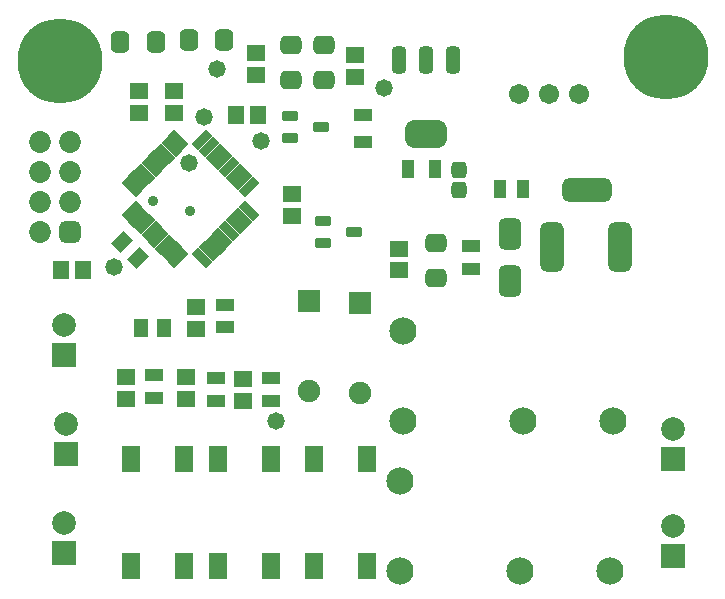
<source format=gts>
G04*
G04 #@! TF.GenerationSoftware,Altium Limited,Altium Designer,24.3.1 (35)*
G04*
G04 Layer_Color=8388736*
%FSLAX44Y44*%
%MOMM*%
G71*
G04*
G04 #@! TF.SameCoordinates,20FE00C5-B78C-4F66-917A-800DED35DAD6*
G04*
G04*
G04 #@! TF.FilePolarity,Negative*
G04*
G01*
G75*
G04:AMPARAMS|DCode=33|XSize=3.5032mm|YSize=2.3032mm|CornerRadius=0.6266mm|HoleSize=0mm|Usage=FLASHONLY|Rotation=0.000|XOffset=0mm|YOffset=0mm|HoleType=Round|Shape=RoundedRectangle|*
%AMROUNDEDRECTD33*
21,1,3.5032,1.0500,0,0,0.0*
21,1,2.2500,2.3032,0,0,0.0*
1,1,1.2532,1.1250,-0.5250*
1,1,1.2532,-1.1250,-0.5250*
1,1,1.2532,-1.1250,0.5250*
1,1,1.2532,1.1250,0.5250*
%
%ADD33ROUNDEDRECTD33*%
G04:AMPARAMS|DCode=34|XSize=1.2032mm|YSize=2.3032mm|CornerRadius=0.3516mm|HoleSize=0mm|Usage=FLASHONLY|Rotation=0.000|XOffset=0mm|YOffset=0mm|HoleType=Round|Shape=RoundedRectangle|*
%AMROUNDEDRECTD34*
21,1,1.2032,1.6000,0,0,0.0*
21,1,0.5000,2.3032,0,0,0.0*
1,1,0.7032,0.2500,-0.8000*
1,1,0.7032,-0.2500,-0.8000*
1,1,0.7032,-0.2500,0.8000*
1,1,0.7032,0.2500,0.8000*
%
%ADD34ROUNDEDRECTD34*%
%ADD35R,1.5032X1.1032*%
%ADD36R,1.5532X1.3532*%
G04:AMPARAMS|DCode=37|XSize=1.6782mm|YSize=0.8032mm|CornerRadius=0mm|HoleSize=0mm|Usage=FLASHONLY|Rotation=135.000|XOffset=0mm|YOffset=0mm|HoleType=Round|Shape=Rectangle|*
%AMROTATEDRECTD37*
4,1,4,0.8773,-0.3094,0.3094,-0.8773,-0.8773,0.3094,-0.3094,0.8773,0.8773,-0.3094,0.0*
%
%ADD37ROTATEDRECTD37*%

G04:AMPARAMS|DCode=38|XSize=1.6782mm|YSize=0.8032mm|CornerRadius=0mm|HoleSize=0mm|Usage=FLASHONLY|Rotation=45.000|XOffset=0mm|YOffset=0mm|HoleType=Round|Shape=Rectangle|*
%AMROTATEDRECTD38*
4,1,4,-0.3094,-0.8773,-0.8773,-0.3094,0.3094,0.8773,0.8773,0.3094,-0.3094,-0.8773,0.0*
%
%ADD38ROTATEDRECTD38*%

G04:AMPARAMS|DCode=39|XSize=0.8532mm|YSize=1.4032mm|CornerRadius=0.2641mm|HoleSize=0mm|Usage=FLASHONLY|Rotation=90.000|XOffset=0mm|YOffset=0mm|HoleType=Round|Shape=RoundedRectangle|*
%AMROUNDEDRECTD39*
21,1,0.8532,0.8750,0,0,90.0*
21,1,0.3250,1.4032,0,0,90.0*
1,1,0.5282,0.4375,0.1625*
1,1,0.5282,0.4375,-0.1625*
1,1,0.5282,-0.4375,-0.1625*
1,1,0.5282,-0.4375,0.1625*
%
%ADD39ROUNDEDRECTD39*%
G04:AMPARAMS|DCode=40|XSize=1.2832mm|YSize=1.4232mm|CornerRadius=0.3716mm|HoleSize=0mm|Usage=FLASHONLY|Rotation=0.000|XOffset=0mm|YOffset=0mm|HoleType=Round|Shape=RoundedRectangle|*
%AMROUNDEDRECTD40*
21,1,1.2832,0.6800,0,0,0.0*
21,1,0.5400,1.4232,0,0,0.0*
1,1,0.7432,0.2700,-0.3400*
1,1,0.7432,-0.2700,-0.3400*
1,1,0.7432,-0.2700,0.3400*
1,1,0.7432,0.2700,0.3400*
%
%ADD40ROUNDEDRECTD40*%
G04:AMPARAMS|DCode=41|XSize=1.9032mm|YSize=2.7032mm|CornerRadius=0.5266mm|HoleSize=0mm|Usage=FLASHONLY|Rotation=0.000|XOffset=0mm|YOffset=0mm|HoleType=Round|Shape=RoundedRectangle|*
%AMROUNDEDRECTD41*
21,1,1.9032,1.6500,0,0,0.0*
21,1,0.8500,2.7032,0,0,0.0*
1,1,1.0532,0.4250,-0.8250*
1,1,1.0532,-0.4250,-0.8250*
1,1,1.0532,-0.4250,0.8250*
1,1,1.0532,0.4250,0.8250*
%
%ADD41ROUNDEDRECTD41*%
%ADD42R,1.1032X1.5032*%
%ADD43R,1.3532X1.5532*%
G04:AMPARAMS|DCode=44|XSize=1.1032mm|YSize=1.5032mm|CornerRadius=0mm|HoleSize=0mm|Usage=FLASHONLY|Rotation=315.000|XOffset=0mm|YOffset=0mm|HoleType=Round|Shape=Rectangle|*
%AMROTATEDRECTD44*
4,1,4,-0.9215,-0.1414,0.1414,0.9215,0.9215,0.1414,-0.1414,-0.9215,-0.9215,-0.1414,0.0*
%
%ADD44ROTATEDRECTD44*%

G04:AMPARAMS|DCode=45|XSize=1.8032mm|YSize=1.6032mm|CornerRadius=0.4516mm|HoleSize=0mm|Usage=FLASHONLY|Rotation=0.000|XOffset=0mm|YOffset=0mm|HoleType=Round|Shape=RoundedRectangle|*
%AMROUNDEDRECTD45*
21,1,1.8032,0.7000,0,0,0.0*
21,1,0.9000,1.6032,0,0,0.0*
1,1,0.9032,0.4500,-0.3500*
1,1,0.9032,-0.4500,-0.3500*
1,1,0.9032,-0.4500,0.3500*
1,1,0.9032,0.4500,0.3500*
%
%ADD45ROUNDEDRECTD45*%
%ADD46R,1.2032X1.6032*%
G04:AMPARAMS|DCode=47|XSize=1.8032mm|YSize=1.6032mm|CornerRadius=0.4516mm|HoleSize=0mm|Usage=FLASHONLY|Rotation=90.000|XOffset=0mm|YOffset=0mm|HoleType=Round|Shape=RoundedRectangle|*
%AMROUNDEDRECTD47*
21,1,1.8032,0.7000,0,0,90.0*
21,1,0.9000,1.6032,0,0,90.0*
1,1,0.9032,0.3500,0.4500*
1,1,0.9032,0.3500,-0.4500*
1,1,0.9032,-0.3500,-0.4500*
1,1,0.9032,-0.3500,0.4500*
%
%ADD47ROUNDEDRECTD47*%
%ADD48R,1.6032X2.3032*%
%ADD49C,2.0032*%
%ADD50R,2.0032X2.0032*%
%ADD51C,2.3032*%
%ADD52C,1.7032*%
G04:AMPARAMS|DCode=53|XSize=4.2032mm|YSize=2.0032mm|CornerRadius=0.5516mm|HoleSize=0mm|Usage=FLASHONLY|Rotation=0.000|XOffset=0mm|YOffset=0mm|HoleType=Round|Shape=RoundedRectangle|*
%AMROUNDEDRECTD53*
21,1,4.2032,0.9000,0,0,0.0*
21,1,3.1000,2.0032,0,0,0.0*
1,1,1.1032,1.5500,-0.4500*
1,1,1.1032,-1.5500,-0.4500*
1,1,1.1032,-1.5500,0.4500*
1,1,1.1032,1.5500,0.4500*
%
%ADD53ROUNDEDRECTD53*%
G04:AMPARAMS|DCode=54|XSize=4.2032mm|YSize=2.0032mm|CornerRadius=0.5516mm|HoleSize=0mm|Usage=FLASHONLY|Rotation=270.000|XOffset=0mm|YOffset=0mm|HoleType=Round|Shape=RoundedRectangle|*
%AMROUNDEDRECTD54*
21,1,4.2032,0.9000,0,0,270.0*
21,1,3.1000,2.0032,0,0,270.0*
1,1,1.1032,-0.4500,-1.5500*
1,1,1.1032,-0.4500,1.5500*
1,1,1.1032,0.4500,1.5500*
1,1,1.1032,0.4500,-1.5500*
%
%ADD54ROUNDEDRECTD54*%
%ADD55C,7.2032*%
%ADD56C,1.8532*%
G04:AMPARAMS|DCode=57|XSize=1.8532mm|YSize=1.8532mm|CornerRadius=0.5141mm|HoleSize=0mm|Usage=FLASHONLY|Rotation=90.000|XOffset=0mm|YOffset=0mm|HoleType=Round|Shape=RoundedRectangle|*
%AMROUNDEDRECTD57*
21,1,1.8532,0.8250,0,0,90.0*
21,1,0.8250,1.8532,0,0,90.0*
1,1,1.0282,0.4125,0.4125*
1,1,1.0282,0.4125,-0.4125*
1,1,1.0282,-0.4125,-0.4125*
1,1,1.0282,-0.4125,0.4125*
%
%ADD57ROUNDEDRECTD57*%
%ADD58R,1.9032X1.9032*%
%ADD59C,1.9032*%
%ADD60C,1.4732*%
%ADD61C,0.9032*%
D33*
X351790Y391410D02*
D03*
D34*
X328790Y454410D02*
D03*
X351790D02*
D03*
X374790D02*
D03*
D35*
X298450Y407740D02*
D03*
Y384740D02*
D03*
X389890Y296520D02*
D03*
Y277520D02*
D03*
X181610Y246990D02*
D03*
Y227990D02*
D03*
X173990Y165760D02*
D03*
Y184760D02*
D03*
X121920Y168300D02*
D03*
Y187300D02*
D03*
X220980Y184760D02*
D03*
Y165760D02*
D03*
D36*
X238760Y322220D02*
D03*
Y340720D02*
D03*
X328930Y276140D02*
D03*
Y294640D02*
D03*
X157480Y226970D02*
D03*
Y245470D02*
D03*
X292100Y458830D02*
D03*
Y440330D02*
D03*
X208280Y460100D02*
D03*
Y441600D02*
D03*
X109220Y428350D02*
D03*
Y409850D02*
D03*
X138430Y428350D02*
D03*
Y409850D02*
D03*
X148590Y167280D02*
D03*
Y185780D02*
D03*
X97790Y167280D02*
D03*
Y185780D02*
D03*
X196850Y184510D02*
D03*
Y166010D02*
D03*
D37*
X102634Y346718D02*
D03*
X108291Y352375D02*
D03*
X113947Y358032D02*
D03*
X119604Y363689D02*
D03*
X125261Y369346D02*
D03*
X130918Y375003D02*
D03*
X136575Y380659D02*
D03*
X142232Y386316D02*
D03*
X202166Y326382D02*
D03*
X196509Y320725D02*
D03*
X190853Y315068D02*
D03*
X185196Y309411D02*
D03*
X179539Y303754D02*
D03*
X173882Y298097D02*
D03*
X168225Y292441D02*
D03*
X162568Y286784D02*
D03*
D38*
Y386316D02*
D03*
X168225Y380659D02*
D03*
X173882Y375003D02*
D03*
X179539Y369346D02*
D03*
X185196Y363689D02*
D03*
X190853Y358032D02*
D03*
X196509Y352375D02*
D03*
X202166Y346718D02*
D03*
X142232Y286784D02*
D03*
X136575Y292441D02*
D03*
X130918Y298097D02*
D03*
X125261Y303754D02*
D03*
X119604Y309411D02*
D03*
X113947Y315068D02*
D03*
X108291Y320725D02*
D03*
X102634Y326382D02*
D03*
D39*
X291130Y308610D02*
D03*
X265130Y299110D02*
D03*
Y318110D02*
D03*
X263190Y397510D02*
D03*
X237190Y388010D02*
D03*
Y407010D02*
D03*
D40*
X379730Y361460D02*
D03*
Y344660D02*
D03*
D41*
X422910Y267270D02*
D03*
Y306770D02*
D03*
D42*
X414680Y345440D02*
D03*
X433680D02*
D03*
X359480Y361950D02*
D03*
X336480D02*
D03*
D43*
X42820Y276860D02*
D03*
X61320D02*
D03*
X209910Y407670D02*
D03*
X191410D02*
D03*
D44*
X94882Y300088D02*
D03*
X108317Y286653D02*
D03*
D45*
X360680Y299480D02*
D03*
Y269480D02*
D03*
X265430Y437120D02*
D03*
Y467120D02*
D03*
X237490Y437120D02*
D03*
Y467120D02*
D03*
D46*
X110900Y227330D02*
D03*
X130400D02*
D03*
D47*
X92950Y469900D02*
D03*
X122950D02*
D03*
X181130Y471170D02*
D03*
X151130D02*
D03*
D48*
X175620Y25620D02*
D03*
Y116620D02*
D03*
X220620D02*
D03*
Y25620D02*
D03*
X101960D02*
D03*
Y116620D02*
D03*
X146960D02*
D03*
Y25620D02*
D03*
X256900D02*
D03*
Y116620D02*
D03*
X301900D02*
D03*
Y25620D02*
D03*
D49*
X561340Y142240D02*
D03*
X45720Y229870D02*
D03*
X561340Y59690D02*
D03*
X46990Y146050D02*
D03*
X45720Y62230D02*
D03*
D50*
X561340Y116840D02*
D03*
X45720Y204470D02*
D03*
X561340Y34290D02*
D03*
X46990Y120650D02*
D03*
X45720Y36830D02*
D03*
D51*
X330200Y21590D02*
D03*
X431800D02*
D03*
X508000D02*
D03*
X330200Y97790D02*
D03*
X332740Y148590D02*
D03*
X434340D02*
D03*
X510540D02*
D03*
X332740Y224790D02*
D03*
D52*
X455930Y425450D02*
D03*
X430530D02*
D03*
X481330D02*
D03*
D53*
X488470Y343910D02*
D03*
D54*
X516470Y295910D02*
D03*
X458470D02*
D03*
D55*
X554990Y457200D02*
D03*
X41910Y453390D02*
D03*
D56*
X25400Y334010D02*
D03*
X50800D02*
D03*
X25400Y308610D02*
D03*
X50800Y359410D02*
D03*
Y384810D02*
D03*
X25400Y359410D02*
D03*
Y384810D02*
D03*
D57*
X50800Y308610D02*
D03*
D58*
X252730Y250190D02*
D03*
X295910Y248920D02*
D03*
D59*
X252730Y173990D02*
D03*
X295910Y172720D02*
D03*
D60*
X316230Y430530D02*
D03*
X175260Y447040D02*
D03*
X87630Y279400D02*
D03*
X224790Y148590D02*
D03*
X212090Y386080D02*
D03*
X163830Y406400D02*
D03*
X151130Y367030D02*
D03*
D61*
X152400Y326390D02*
D03*
X120650Y335280D02*
D03*
X554990Y484700D02*
D03*
X574990Y477200D02*
D03*
X582490Y457200D02*
D03*
X574990Y437200D02*
D03*
X554990Y429700D02*
D03*
X534990Y437200D02*
D03*
X527490Y457200D02*
D03*
X534990Y477200D02*
D03*
X41910Y480890D02*
D03*
X61910Y473390D02*
D03*
X69410Y453390D02*
D03*
X61910Y433390D02*
D03*
X41910Y425890D02*
D03*
X21910Y433390D02*
D03*
X14410Y453390D02*
D03*
X21910Y473390D02*
D03*
M02*

</source>
